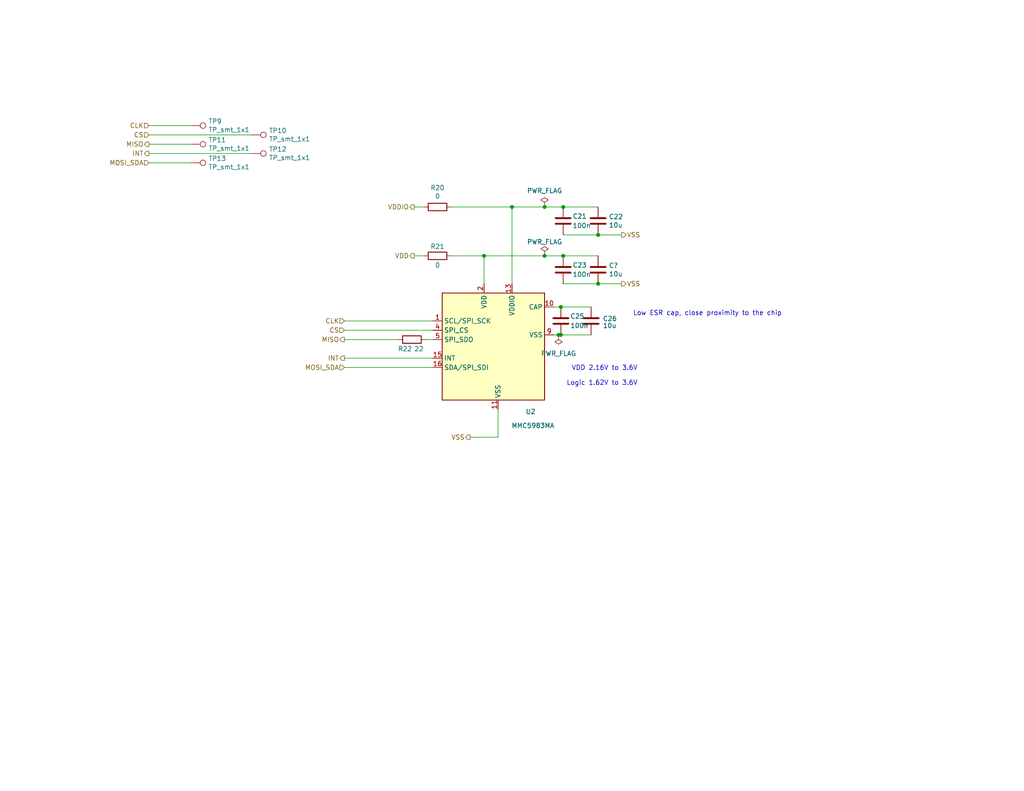
<source format=kicad_sch>
(kicad_sch (version 20231120) (generator "eeschema") (generator_version "8.0")
  (paper "A")
  (title_block (title "Magnetic Sensor MMC5983MA") (date "2020-05-02"))
  (lib_symbols
    (symbol "AVIONICS_BOARD-rescue:MMC5983MA-1K_Custom_Symbol"
      (property "Reference" "U" (at 5.08 13.97 0))
      (property "Value" "1K_Custom_Symbol_MMC5983MA" (at 5.08 16.51 0))
      (symbol "MMC5983MA-1K_Custom_Symbol_0_1"
        (rectangle (start -20.32 -19.05) (end 7.62 10.16) (stroke (width 0.254)) (fill (type background)))
      )
      (symbol "MMC5983MA-1K_Custom_Symbol_1_1"
        (pin input line (at -22.86 2.54 0) (length 2.54) (name "SCL/SPI_SCK") (number "1"))
        (pin passive line (at 10.16 6.35 180) (length 2.54) (name "CAP") (number "10"))
        (pin power_in line (at -5.08 -21.59 90) (length 2.54) (name "VSS") (number "11"))
        (pin no_connect line (at 10.16 -10.16 180) (length 2.54) hide (name "NC") (number "12"))
        (pin power_in line (at -1.27 12.7 270) (length 2.54) (name "VDDIO") (number "13"))
        (pin no_connect line (at 10.16 -15.24 180) (length 2.54) hide (name "NC") (number "14"))
        (pin output line (at -22.86 -7.62 0) (length 2.54) (name "INT") (number "15"))
        (pin bidirectional line (at -22.86 -10.16 0) (length 2.54) (name "SDA/SPI_SDI") (number "16"))
        (pin power_in line (at -8.89 12.7 270) (length 2.54) (name "VDD") (number "2"))
        (pin no_connect line (at 10.16 -7.62 180) (length 2.54) hide (name "NC") (number "3"))
        (pin input line (at -22.86 0 0) (length 2.54) (name "SPI_CS") (number "4"))
        (pin output line (at -22.86 -2.54 0) (length 2.54) (name "SPI_SDO") (number "5"))
        (pin no_connect line (at 10.16 -5.08 180) (length 2.54) hide (name "NC") (number "6"))
        (pin no_connect line (at 10.16 -17.78 180) (length 2.54) hide (name "NC") (number "7"))
        (pin no_connect line (at 10.16 -12.7 180) (length 2.54) hide (name "NC") (number "8"))
        (pin power_in line (at 10.16 -1.27 180) (length 2.54) (name "VSS") (number "9"))
      )
    )
    (symbol "AVIONICS_BOARD-rescue:TP_smt_1x1-1K_Custom_Symbol" (pin_numbers hide) (pin_names (offset 0.762) hide)
      (property "Reference" "TP" (at 0 6.858 0))
      (property "Value" "1K_Custom_Symbol_TP_smt_1x1" (at 0 5.08 0))
      (symbol "TP_smt_1x1-1K_Custom_Symbol_0_1"
        (circle (center 0 3.302) (radius 0.762))
      )
      (symbol "TP_smt_1x1-1K_Custom_Symbol_1_1"
        (pin passive line (at 0 0 90) (length 2.54) (name "1") (number "1"))
      )
    )
    (symbol "Device:C" (pin_numbers hide) (pin_names (offset 0.254))
      (property "Reference" "C" (at 0.635 2.54 0))
      (property "Value" "C" (at 0.635 -2.54 0))
      (symbol "C_0_1"
        (polyline (pts (xy -2.032 -0.762) (xy 2.032 -0.762)) (stroke (width 0.508)))
        (polyline (pts (xy -2.032 0.762) (xy 2.032 0.762)) (stroke (width 0.508)))
      )
      (symbol "C_1_1"
        (pin passive line (at 0 3.81 270) (length 2.794) (name "~") (number "1"))
        (pin passive line (at 0 -3.81 90) (length 2.794) (name "~") (number "2"))
      )
    )
    (symbol "Device:R" (pin_numbers hide) (pin_names (offset 0))
      (property "Reference" "R" (at 2.032 0 90))
      (property "Value" "R" (at 0 0 90))
      (symbol "R_0_1"
        (rectangle (start -1.016 -2.54) (end 1.016 2.54) (stroke (width 0.254)))
      )
      (symbol "R_1_1"
        (pin passive line (at 0 3.81 270) (length 1.27) (name "~") (number "1"))
        (pin passive line (at 0 -3.81 90) (length 1.27) (name "~") (number "2"))
      )
    )
    (symbol "power:PWR_FLAG" (power) (pin_numbers hide) (pin_names (offset 0) hide)
      (property "Value" "PWR_FLAG" (at 0 3.81 0))
      (symbol "PWR_FLAG_0_0"
        (pin power_out line (at 0 0 90) (length 0) (name "~") (number "1"))
      )
      (symbol "PWR_FLAG_0_1"
        (polyline (pts (xy 0 0) (xy 0 1.27) (xy -1.016 1.905) (xy 0 2.54) (xy 1.016 1.905) (xy 0 1.27)))
      )
    )
  )
  (junction (at 132.08 69.85))
  (junction (at 153.035 83.82))
  (junction (at 148.59 69.85))
  (junction (at 163.195 77.47))
  (junction (at 148.59 56.515))
  (junction (at 139.7 56.515))
  (junction (at 153.035 91.44))
  (junction (at 153.67 56.515))
  (junction (at 152.4 91.44))
  (junction (at 163.195 64.135))
  (junction (at 153.67 69.85))
  (wire (pts (xy 93.98 97.79) (xy 118.11 97.79)))
  (wire (pts (xy 169.545 77.47) (xy 163.195 77.47)))
  (wire (pts (xy 68.58 36.83) (xy 40.64 36.83)))
  (wire (pts (xy 93.98 92.71) (xy 108.585 92.71)))
  (wire (pts (xy 163.195 77.47) (xy 153.67 77.47)))
  (wire (pts (xy 118.11 90.17) (xy 93.98 90.17)))
  (wire (pts (xy 40.64 39.37) (xy 52.07 39.37)))
  (wire (pts (xy 132.08 69.85) (xy 132.08 77.47)))
  (wire (pts (xy 153.035 91.44) (xy 161.29 91.44)))
  (wire (pts (xy 151.13 83.82) (xy 153.035 83.82)))
  (wire (pts (xy 139.7 56.515) (xy 139.7 77.47)))
  (wire (pts (xy 123.19 69.85) (xy 132.08 69.85)))
  (wire (pts (xy 153.035 91.44) (xy 152.4 91.44)))
  (wire (pts (xy 163.195 64.135) (xy 153.67 64.135)))
  (wire (pts (xy 153.67 56.515) (xy 163.195 56.515)))
  (wire (pts (xy 128.27 119.38) (xy 135.89 119.38)))
  (wire (pts (xy 113.03 56.515) (xy 115.57 56.515)))
  (wire (pts (xy 132.08 69.85) (xy 148.59 69.85)))
  (wire (pts (xy 118.11 100.33) (xy 93.98 100.33)))
  (wire (pts (xy 169.545 64.135) (xy 163.195 64.135)))
  (wire (pts (xy 123.19 56.515) (xy 139.7 56.515)))
  (wire (pts (xy 93.98 87.63) (xy 118.11 87.63)))
  (wire (pts (xy 152.4 91.44) (xy 151.13 91.44)))
  (wire (pts (xy 68.58 41.91) (xy 40.64 41.91)))
  (wire (pts (xy 135.89 119.38) (xy 135.89 111.76)))
  (wire (pts (xy 153.67 69.85) (xy 163.195 69.85)))
  (wire (pts (xy 113.03 69.85) (xy 115.57 69.85)))
  (wire (pts (xy 153.035 83.82) (xy 161.29 83.82)))
  (wire (pts (xy 148.59 56.515) (xy 139.7 56.515)))
  (wire (pts (xy 148.59 69.85) (xy 153.67 69.85)))
  (wire (pts (xy 40.64 34.29) (xy 52.07 34.29)))
  (wire (pts (xy 148.59 56.515) (xy 153.67 56.515)))
  (wire (pts (xy 116.205 92.71) (xy 118.11 92.71)))
  (wire (pts (xy 40.64 44.45) (xy 52.07 44.45)))
  (text "Low ESR cap, close proximity to the chip" (at 213.36 86.36 0) (effects (font (size 1.27 1.27)) (justify right bottom)))
  (text "VDD 2.16V to 3.6V\n\nLogic 1.62V to 3.6V" (at 173.99 105.41 0) (effects (font (size 1.27 1.27)) (justify right bottom)))
  (hierarchical_label "VDDIO" (shape output) (at 113.03 56.515 180))
  (hierarchical_label "CLK" (shape input) (at 93.98 87.63 180))
  (hierarchical_label "CS" (shape input) (at 40.64 36.83 180))
  (hierarchical_label "INT" (shape output) (at 40.64 41.91 180))
  (hierarchical_label "INT" (shape output) (at 93.98 97.79 180))
  (hierarchical_label "CS" (shape input) (at 93.98 90.17 180))
  (hierarchical_label "MOSI_SDA" (shape input) (at 93.98 100.33 180))
  (hierarchical_label "MISO" (shape output) (at 40.64 39.37 180))
  (hierarchical_label "CLK" (shape input) (at 40.64 34.29 180))
  (hierarchical_label "MISO" (shape output) (at 93.98 92.71 180))
  (hierarchical_label "VSS" (shape output) (at 128.27 119.38 180))
  (hierarchical_label "VSS" (shape output) (at 169.545 64.135 0))
  (hierarchical_label "VSS" (shape output) (at 169.545 77.47 0))
  (hierarchical_label "VDD" (shape output) (at 113.03 69.85 180))
  (hierarchical_label "MOSI_SDA" (shape input) (at 40.64 44.45 180))
  (symbol (lib_id "Device:C") (at 163.195 73.66 0) (unit 1)
    (property "Reference" "C?" (at 166.116 72.4916 0) (effects (justify left)))
    (property "Value" "10u" (at 166.116 74.803 0) (effects (justify left)))
    (property "Footprint" "Capacitor_SMD:C_0603_1608Metric_Pad1.08x0.95mm_HandSolder" (effects (hide yes)))
    (property "Mfr. #" "CL10B105KP8NFNC" (effects (hide yes)))
    (property "Order" "https://www.digikey.com/product-detail/en/samsung-electro-mechanics/CL10B105KP8NFNC/1276-1945-1-ND/3890031" (effects (hide yes)))
    (property "Voltage" "10V" (effects (hide yes)))
    (instances (project "" (path "" (reference "C?") (unit 1)) (path "" (reference "C24") (unit 1)) (path "" (reference "C?") (unit 1))))
  )
  (symbol (lib_id "Device:C") (at 161.29 87.63 180) (unit 1)
    (property "Reference" "C26" (at 164.465 86.995 0) (effects (justify right)))
    (property "Value" "10u" (at 164.465 88.9 0) (effects (justify right)))
    (property "Footprint" "Capacitor_SMD:C_0603_1608Metric_Pad1.08x0.95mm_HandSolder" (effects (hide yes)))
    (property "Mfr. #" "CL10X106MO8NRNC" (effects (hide yes)))
    (property "Order" "https://www.digikey.com/product-detail/en/samsung-electro-mechanics/CL10X106MO8NRNC/1276-6769-1-ND/5961628" (effects (hide yes)))
    (property "Voltage" "16V" (effects (hide yes)))
  )
  (symbol (lib_id "Device:R") (at 119.38 69.85 270) (unit 1)
    (property "Reference" "R21" (at 119.38 67.31 90))
    (property "Value" "0" (at 119.38 72.39 90))
    (property "Footprint" "Resistor_SMD:R_0603_1608Metric_Pad0.98x0.95mm_HandSolder" (effects (hide yes)))
    (property "Mfr. #" "RK73Z1JTTD" (effects (hide yes)))
    (property "Order" "https://www.digikey.com/product-detail/en/koa-speer-electronics-inc/RK73Z1JTTD/2019-RK73Z1JTTDCT-ND/9847522" (effects (hide yes)))
  )
  (symbol (lib_id "AVIONICS_BOARD-rescue:TP_smt_1x1-1K_Custom_Symbol") (at 52.07 34.29 270) (unit 1)
    (property "Reference" "TP9" (at 56.8452 33.1216 90) (effects (justify left)))
    (property "Value" "TP_smt_1x1" (at 56.8452 35.433 90) (effects (justify left)))
    (property "Footprint" "TestPoint:TestPoint_Pad_1.0x1.0mm" (effects (hide yes)))
  )
  (symbol (lib_id "AVIONICS_BOARD-rescue:TP_smt_1x1-1K_Custom_Symbol") (at 68.58 36.83 270) (unit 1)
    (property "Reference" "TP10" (at 73.3552 35.6616 90) (effects (justify left)))
    (property "Value" "TP_smt_1x1" (at 73.3552 37.973 90) (effects (justify left)))
    (property "Footprint" "TestPoint:TestPoint_Pad_1.0x1.0mm" (effects (hide yes)))
  )
  (symbol (lib_id "AVIONICS_BOARD-rescue:TP_smt_1x1-1K_Custom_Symbol") (at 52.07 39.37 270) (unit 1)
    (property "Reference" "TP11" (at 56.8452 38.2016 90) (effects (justify left)))
    (property "Value" "TP_smt_1x1" (at 56.8452 40.513 90) (effects (justify left)))
    (property "Footprint" "TestPoint:TestPoint_Pad_1.0x1.0mm" (effects (hide yes)))
  )
  (symbol (lib_id "AVIONICS_BOARD-rescue:TP_smt_1x1-1K_Custom_Symbol") (at 68.58 41.91 270) (unit 1)
    (property "Reference" "TP12" (at 73.3552 40.7416 90) (effects (justify left)))
    (property "Value" "TP_smt_1x1" (at 73.3552 43.053 90) (effects (justify left)))
    (property "Footprint" "TestPoint:TestPoint_Pad_1.0x1.0mm" (effects (hide yes)))
  )
  (symbol (lib_id "AVIONICS_BOARD-rescue:TP_smt_1x1-1K_Custom_Symbol") (at 52.07 44.45 270) (unit 1)
    (property "Reference" "TP13" (at 56.8452 43.2816 90) (effects (justify left)))
    (property "Value" "TP_smt_1x1" (at 56.8452 45.593 90) (effects (justify left)))
    (property "Footprint" "TestPoint:TestPoint_Pad_1.0x1.0mm" (effects (hide yes)))
  )
  (symbol (lib_id "Device:R") (at 119.38 56.515 270) (unit 1)
    (property "Reference" "R20" (at 119.38 51.2572 90))
    (property "Value" "0" (at 119.38 53.5686 90))
    (property "Footprint" "Resistor_SMD:R_0603_1608Metric_Pad0.98x0.95mm_HandSolder" (effects (hide yes)))
    (property "Mfr. #" "RK73Z1JTTD" (effects (hide yes)))
    (property "Order" "https://www.digikey.com/product-detail/en/koa-speer-electronics-inc/RK73Z1JTTD/2019-RK73Z1JTTDCT-ND/9847522" (effects (hide yes)))
  )
  (symbol (lib_id "AVIONICS_BOARD-rescue:MMC5983MA-1K_Custom_Symbol") (at 140.97 90.17 0) (unit 1)
    (property "Reference" "U2" (at 144.78 112.395 0))
    (property "Value" "MMC5983MA" (at 145.415 116.205 0))
    (property "Footprint" "Package_LGA:LGA-16_3x3mm_P0.5mm" (effects (hide yes)))
    (property "Datasheet" "https://media.digikey.com/pdf/Data%20Sheets/MEMSIC%20PDFs/MMC5983MA_RevA_4-3-19.pdf" (effects (hide yes)))
    (property "Mfr. #" "MMC5983MA" (effects (hide yes)))
    (property "Order" "https://www.digikey.com/product-detail/en/memsic-inc/MMC5983MA/1267-MMC5983MACT-ND/10452801" (effects (hide yes)))
  )
  (symbol (lib_id "Device:C") (at 153.67 73.66 180) (unit 1)
    (property "Reference" "C23" (at 156.21 72.39 0) (effects (justify right)))
    (property "Value" "100n" (at 156.21 74.93 0) (effects (justify right)))
    (property "Footprint" "Capacitor_SMD:C_0402_1005Metric_Pad0.74x0.62mm_HandSolder" (effects (hide yes)))
    (property "Mfr. #" "CL10X106MO8NRNC" (effects (hide yes)))
    (property "Order" "https://www.digikey.com/product-detail/en/samsung-electro-mechanics/CL10X106MO8NRNC/1276-6769-1-ND/5961628" (effects (hide yes)))
    (property "Voltage" "16V" (effects (hide yes)))
  )
  (symbol (lib_id "Device:C") (at 163.195 60.325 0) (unit 1)
    (property "Reference" "C22" (at 166.116 59.1566 0) (effects (justify left)))
    (property "Value" "10u" (at 166.116 61.468 0) (effects (justify left)))
    (property "Footprint" "Capacitor_SMD:C_0603_1608Metric_Pad1.08x0.95mm_HandSolder" (effects (hide yes)))
    (property "Mfr. #" "CL10B105KP8NFNC" (effects (hide yes)))
    (property "Order" "https://www.digikey.com/product-detail/en/samsung-electro-mechanics/CL10B105KP8NFNC/1276-1945-1-ND/3890031" (effects (hide yes)))
    (property "Voltage" "10V" (effects (hide yes)))
  )
  (symbol (lib_id "power:PWR_FLAG") (at 148.59 56.515 0) (unit 1)
    (property "Reference" "#FLG07" (effects (hide yes)))
    (property "Value" "PWR_FLAG" (at 148.59 52.07 0))
    (property "Description" "Special symbol for telling ERC where power comes from" (effects (hide yes)))
  )
  (symbol (lib_id "Device:C") (at 153.035 87.63 180) (unit 1)
    (property "Reference" "C25" (at 155.575 86.36 0) (effects (justify right)))
    (property "Value" "100n" (at 155.575 88.9 0) (effects (justify right)))
    (property "Footprint" "Capacitor_SMD:C_0402_1005Metric_Pad0.74x0.62mm_HandSolder" (effects (hide yes)))
    (property "Mfr. #" "CL10X106MO8NRNC" (effects (hide yes)))
    (property "Order" "https://www.digikey.com/product-detail/en/samsung-electro-mechanics/CL10X106MO8NRNC/1276-6769-1-ND/5961628" (effects (hide yes)))
    (property "Voltage" "16V" (effects (hide yes)))
  )
  (symbol (lib_id "power:PWR_FLAG") (at 148.59 69.85 0) (unit 1)
    (property "Reference" "#FLG08" (effects (hide yes)))
    (property "Value" "PWR_FLAG" (at 148.59 66.04 0))
    (property "Description" "Special symbol for telling ERC where power comes from" (effects (hide yes)))
  )
  (symbol (lib_id "Device:C") (at 153.67 60.325 180) (unit 1)
    (property "Reference" "C21" (at 156.21 59.055 0) (effects (justify right)))
    (property "Value" "100n" (at 156.21 61.595 0) (effects (justify right)))
    (property "Footprint" "Capacitor_SMD:C_0402_1005Metric_Pad0.74x0.62mm_HandSolder" (effects (hide yes)))
    (property "Mfr. #" "CL10X106MO8NRNC" (effects (hide yes)))
    (property "Order" "https://www.digikey.com/product-detail/en/samsung-electro-mechanics/CL10X106MO8NRNC/1276-6769-1-ND/5961628" (effects (hide yes)))
    (property "Voltage" "16V" (effects (hide yes)))
  )
  (symbol (lib_id "Device:R") (at 112.395 92.71 90) (unit 1)
    (property "Reference" "R22" (at 110.49 95.25 90))
    (property "Value" "22" (at 114.3 95.25 90))
    (property "Footprint" "Resistor_SMD:R_0402_1005Metric_Pad0.72x0.64mm_HandSolder" (effects (hide yes)))
    (property "Description" "Resistor" (effects (hide yes)))
  )
  (symbol (lib_id "power:PWR_FLAG") (at 152.4 91.44 180) (unit 1)
    (property "Reference" "#FLG09" (effects (hide yes)))
    (property "Value" "PWR_FLAG" (at 152.4 96.52 0))
    (property "Description" "Special symbol for telling ERC where power comes from" (effects (hide yes)))
  )
)
</source>
